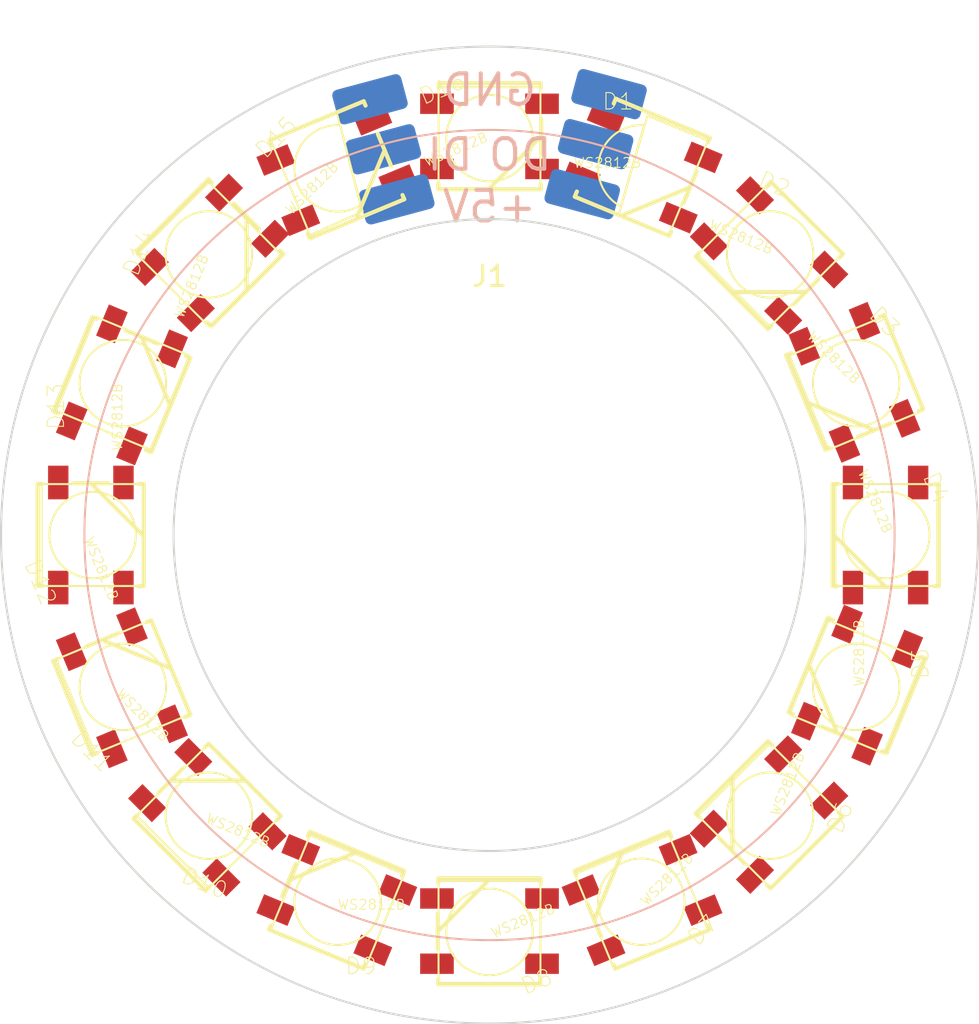
<source format=kicad_pcb>
(kicad_pcb (version 20241229) (generator "pcbnew") (generator_version "9.0")
  (layers (0 "F.Cu" signal) (2 "B.Cu" signal) (13 "F.Paste" user) (15 "B.Paste" user) (5 "F.SilkS" user "F.Silkscreen") (7 "B.SilkS" user "B.Silkscreen") (1 "F.Mask" user) (3 "B.Mask" user) (25 "Edge.Cuts" user))
  (net 0 "")
  (net 1 "DOUT")
  (net 2 "+5V")
  (net 3 "DIN")
  (net 4 "GND")
  (net 5 "Net-(D1-DOUT)")
  (net 6 "Net-(D11-DOUT)")
  (net 7 "Net-(D13-DIN)")
  (net 8 "Net-(D10-DOUT)")
  (net 9 "Net-(D12-DIN)")
  (net 10 "Net-(D15-DIN)")
  (net 11 "Net-(D13-DOUT)")
  (net 12 "Net-(D12-DOUT)")
  (net 13 "Net-(D14-DIN)")
  (net 14 "Net-(D15-DOUT)")
  (net 15 "Net-(D16-DIN)")
  (net 16 "Net-(D14-DOUT)")
  (net 17 "Net-(D7-DOUT)")
  (net 18 "Net-(D11-DIN)")
  (net 19 "Net-(D16-DOUT)")
  (footprint "WS2812B:WS2812B" (layer "F.Cu") (at 147.955 89.027)
    (property "Reference" "D1" (at 6.307 -1.71371 0) (layer "F.SilkS") (effects (font (size 0.802674 0.802674) (thickness 0.05))))
    (property "Value" "WS2812B" (at 5.78549 1.29688 0) (layer "F.SilkS") (effects (font (size 0.480622 0.480622) (thickness 0.05))))
    (fp_line (start -2.50952 2.31902) (end -2.50952 2.5908) (stroke (width 0.2032)) (layer "F.SilkS"))
    (fp_line (start -2.50952 2.5908) (end -2.45872 2.5908) (stroke (width 0.2032)) (layer "F.SilkS"))
    (fp_line (start -2.4892 -2.6162) (end -2.4384 -2.6162) (stroke (width 0.2032)) (layer "F.SilkS"))
    (fp_line (start -2.4892 -2.3622) (end -2.4892 -2.6162) (stroke (width 0.2032)) (layer "F.SilkS"))
    (fp_line (start -2.45872 2.5908) (end -2.45872 2.59334) (stroke (width 0.2032)) (layer "F.SilkS"))
    (fp_line (start -2.45872 2.59334) (end 2.50952 2.59334) (stroke (width 0.2032)) (layer "F.SilkS"))
    (fp_line (start -2.4384 -2.6162) (end -2.4384 -2.61112) (stroke (width 0.2032)) (layer "F.SilkS"))
    (fp_line (start -2.4384 -2.61112) (end 2.51206 -2.61112) (stroke (width 0.2032)) (layer "F.SilkS"))
    (fp_line (start 2.50952 2.59334) (end 2.50952 2.36728) (stroke (width 0.2032)) (layer "F.SilkS"))
    (fp_line (start 2.51206 -2.61112) (end 2.51206 -2.37998) (stroke (width 0.2032)) (layer "F.SilkS"))
    (fp_line (start 2.54 -0.8636) (end 2.54 0) (stroke (width 0.2032)) (layer "F.SilkS"))
    (fp_line (start 2.54 0) (end 0 2.54) (stroke (width 0.2032)) (layer "F.SilkS"))
    (fp_line (start 2.54 0) (end 2.54 0.8636) (stroke (width 0.2032)) (layer "F.SilkS"))
    (pad "1" smd rect (at -2.577 -1.6) (size 1.651 1) (layers "F.Cu" "F.Mask" "F.Paste") (net 2 "+5V"))
    (pad "2" smd rect (at -2.577 1.6) (size 1.651 1) (layers "F.Cu" "F.Mask" "F.Paste") (net 5 "Net-(D1-DOUT)"))
    (pad "3" smd rect (at 2.577 1.6) (size 1.651 1) (layers "F.Cu" "F.Mask" "F.Paste") (net 4 "GND"))
    (pad "4" smd rect (at 2.577 -1.6) (size 1.651 1) (layers "F.Cu" "F.Mask" "F.Paste") (net 3 "DIN"))
  )
  (footprint "WS2812B:WS2812B" (layer "F.Cu") (at 155.438544 126.492 -157.5)
    (property "Reference" "D8" (at 6.307 -1.71371 22.5) (layer "F.SilkS") (effects (font (size 0.802674 0.802674) (thickness 0.05))))
    (property "Value" "WS2812B" (at 5.78549 1.29688 22.5) (layer "F.SilkS") (effects (font (size 0.480622 0.480622) (thickness 0.05))))
    (fp_line (start 2.50952 2.59334) (end 2.50952 2.36728) (stroke (width 0.2032)) (layer "F.SilkS"))
    (fp_line (start 2.54 0) (end 2.54 0.863599) (stroke (width 0.2032)) (layer "F.SilkS"))
    (fp_line (start 2.54 0) (end 0 2.54) (stroke (width 0.2032)) (layer "F.SilkS"))
    (fp_line (start 2.540002 -0.8636) (end 2.54 0) (stroke (width 0.2032)) (layer "F.SilkS"))
    (fp_line (start 2.51206 -2.611119) (end 2.51206 -2.37998) (stroke (width 0.2032)) (layer "F.SilkS"))
    (fp_line (start -2.458722 2.59334) (end 2.50952 2.59334) (stroke (width 0.2032)) (layer "F.SilkS"))
    (fp_line (start -2.45872 2.5908) (end -2.458722 2.59334) (stroke (width 0.2032)) (layer "F.SilkS"))
    (fp_line (start -2.509519 2.5908) (end -2.45872 2.5908) (stroke (width 0.2032)) (layer "F.SilkS"))
    (fp_line (start -2.50952 2.31902) (end -2.509519 2.5908) (stroke (width 0.2032)) (layer "F.SilkS"))
    (fp_line (start -2.4892 -2.3622) (end -2.489199 -2.616199) (stroke (width 0.2032)) (layer "F.SilkS"))
    (fp_line (start -2.4384 -2.611121) (end 2.51206 -2.611119) (stroke (width 0.2032)) (layer "F.SilkS"))
    (fp_line (start -2.438401 -2.6162) (end -2.4384 -2.611121) (stroke (width 0.2032)) (layer "F.SilkS"))
    (fp_line (start -2.489199 -2.616199) (end -2.438401 -2.6162) (stroke (width 0.2032)) (layer "F.SilkS"))
    (pad "1" smd rect (at -2.577 -1.600001 202.5) (size 1.651 1) (layers "F.Cu" "F.Mask" "F.Paste") (net 2 "+5V"))
    (pad "2" smd rect (at -2.577 1.6 202.5) (size 1.651 1) (layers "F.Cu" "F.Mask" "F.Paste") (net 18 "Net-(D11-DIN)"))
    (pad "3" smd rect (at 2.577 1.600001 202.5) (size 1.651 1) (layers "F.Cu" "F.Mask" "F.Paste") (net 4 "GND"))
    (pad "4" smd rect (at 2.577 -1.6 202.5) (size 1.651 1) (layers "F.Cu" "F.Mask" "F.Paste") (net 17 "Net-(D7-DOUT)"))
  )
  (footprint "WS2812B:WS2812B" (layer "F.Cu") (at 128.397 108.585 90)
    (property "Reference" "D13" (at 6.307 -1.71371 90) (layer "F.SilkS") (effects (font (size 0.802674 0.802674) (thickness 0.05))))
    (property "Value" "WS2812B" (at 5.78549 1.29688 90) (layer "F.SilkS") (effects (font (size 0.480622 0.480622) (thickness 0.05))))
    (fp_line (start -2.438401 -2.6162) (end -2.4384 -2.611121) (stroke (width 0.2032)) (layer "F.SilkS"))
    (fp_line (start -2.489199 -2.6162) (end -2.438401 -2.6162) (stroke (width 0.2032)) (layer "F.SilkS"))
    (fp_line (start -2.4384 -2.611121) (end 2.51206 -2.611119) (stroke (width 0.2032)) (layer "F.SilkS"))
    (fp_line (start 2.51206 -2.611119) (end 2.51206 -2.37998) (stroke (width 0.2032)) (layer "F.SilkS"))
    (fp_line (start -2.4892 -2.3622) (end -2.489199 -2.6162) (stroke (width 0.2032)) (layer "F.SilkS"))
    (fp_line (start 2.540001 -0.8636) (end 2.54 0) (stroke (width 0.2032)) (layer "F.SilkS"))
    (fp_line (start 2.54 0) (end 2.54 0.8636) (stroke (width 0.2032)) (layer "F.SilkS"))
    (fp_line (start 2.54 0) (end 0 2.54) (stroke (width 0.2032)) (layer "F.SilkS"))
    (fp_line (start -2.50952 2.31902) (end -2.509519 2.5908) (stroke (width 0.2032)) (layer "F.SilkS"))
    (fp_line (start -2.45872 2.5908) (end -2.458721 2.59334) (stroke (width 0.2032)) (layer "F.SilkS"))
    (fp_line (start -2.509519 2.5908) (end -2.45872 2.5908) (stroke (width 0.2032)) (layer "F.SilkS"))
    (fp_line (start 2.50952 2.59334) (end 2.50952 2.36728) (stroke (width 0.2032)) (layer "F.SilkS"))
    (fp_line (start -2.458721 2.59334) (end 2.50952 2.59334) (stroke (width 0.2032)) (layer "F.SilkS"))
    (pad "1" smd rect (at -2.577 -1.600001 90) (size 1.651 1) (layers "F.Cu" "F.Mask" "F.Paste") (net 2 "+5V"))
    (pad "2" smd rect (at -2.577 1.6 90) (size 1.651 1) (layers "F.Cu" "F.Mask" "F.Paste") (net 11 "Net-(D13-DOUT)"))
    (pad "3" smd rect (at 2.577 1.600001 90) (size 1.651 1) (layers "F.Cu" "F.Mask" "F.Paste") (net 4 "GND"))
    (pad "4" smd rect (at 2.577 -1.6 90) (size 1.651 1) (layers "F.Cu" "F.Mask" "F.Paste") (net 7 "Net-(D13-DIN)"))
  )
  (footprint "WS2812B:WS2812B" (layer "F.Cu") (at 129.921 101.219 67.5)
    (property "Reference" "D14" (at 6.307 -1.71371 67.5) (layer "F.SilkS") (effects (font (size 0.802674 0.802674) (thickness 0.05))))
    (property "Value" "WS2812B" (at 5.78549 1.29688 67.5) (layer "F.SilkS") (effects (font (size 0.480622 0.480622) (thickness 0.05))))
    (fp_line (start -2.489199 -2.6162) (end -2.438401 -2.6162) (stroke (width 0.2032)) (layer "F.SilkS"))
    (fp_line (start -2.438401 -2.6162) (end -2.4384 -2.611121) (stroke (width 0.2032)) (layer "F.SilkS"))
    (fp_line (start -2.4384 -2.611121) (end 2.51206 -2.611119) (stroke (width 0.2032)) (layer "F.SilkS"))
    (fp_line (start -2.4892 -2.3622) (end -2.489199 -2.6162) (stroke (width 0.2032)) (layer "F.SilkS"))
    (fp_line (start 2.51206 -2.611119) (end 2.51206 -2.37998) (stroke (width 0.2032)) (layer "F.SilkS"))
    (fp_line (start 2.540001 -0.8636) (end 2.54 0) (stroke (width 0.2032)) (layer "F.SilkS"))
    (fp_line (start 2.54 0) (end 2.54 0.8636) (stroke (width 0.2032)) (layer "F.SilkS"))
    (fp_line (start 2.54 0) (end 0 2.54) (stroke (width 0.2032)) (layer "F.SilkS"))
    (fp_line (start -2.50952 2.31902) (end -2.509519 2.5908) (stroke (width 0.2032)) (layer "F.SilkS"))
    (fp_line (start -2.509519 2.5908) (end -2.45872 2.5908) (stroke (width 0.2032)) (layer "F.SilkS"))
    (fp_line (start -2.45872 2.5908) (end -2.458721 2.59334) (stroke (width 0.2032)) (layer "F.SilkS"))
    (fp_line (start -2.458721 2.59334) (end 2.50952 2.59334) (stroke (width 0.2032)) (layer "F.SilkS"))
    (fp_line (start 2.50952 2.59334) (end 2.50952 2.36728) (stroke (width 0.2032)) (layer "F.SilkS"))
    (pad "1" smd rect (at -2.577 -1.600001 67.5) (size 1.651 1) (layers "F.Cu" "F.Mask" "F.Paste") (net 2 "+5V"))
    (pad "2" smd rect (at -2.577 1.6 67.5) (size 1.651 1) (layers "F.Cu" "F.Mask" "F.Paste") (net 16 "Net-(D14-DOUT)"))
    (pad "3" smd rect (at 2.577 1.600001 67.5) (size 1.651 1) (layers "F.Cu" "F.Mask" "F.Paste") (net 4 "GND"))
    (pad "4" smd rect (at 2.577 -1.6 67.5) (size 1.651 1) (layers "F.Cu" "F.Mask" "F.Paste") (net 13 "Net-(D14-DIN)"))
  )
  (footprint "WS2812B:WS2812B" (layer "F.Cu") (at 134.112 122.428 135)
    (property "Reference" "D11" (at 6.307001 -1.71371 135) (layer "F.SilkS") (effects (font (size 0.802674 0.802674) (thickness 0.05))))
    (property "Value" "WS2812B" (at 5.78549 1.296881 135) (layer "F.SilkS") (effects (font (size 0.480622 0.480622) (thickness 0.05))))
    (fp_line (start 2.51206 -2.611119) (end 2.51206 -2.37998) (stroke (width 0.2032)) (layer "F.SilkS"))
    (fp_line (start 2.540002 -0.8636) (end 2.54 0) (stroke (width 0.2032)) (layer "F.SilkS"))
    (fp_line (start 2.54 0) (end 2.54 0.863599) (stroke (width 0.2032)) (layer "F.SilkS"))
    (fp_line (start 2.54 0) (end 0 2.54) (stroke (width 0.2032)) (layer "F.SilkS"))
    (fp_line (start -2.4384 -2.6162) (end -2.4384 -2.611121) (stroke (width 0.2032)) (layer "F.SilkS"))
    (fp_line (start -2.4384 -2.611121) (end 2.51206 -2.611119) (stroke (width 0.2032)) (layer "F.SilkS"))
    (fp_line (start -2.489199 -2.6162) (end -2.4384 -2.6162) (stroke (width 0.2032)) (layer "F.SilkS"))
    (fp_line (start 2.50952 2.59334) (end 2.50952 2.36728) (stroke (width 0.2032)) (layer "F.SilkS"))
    (fp_line (start -2.4892 -2.362201) (end -2.489199 -2.6162) (stroke (width 0.2032)) (layer "F.SilkS"))
    (fp_line (start -2.509521 2.31902) (end -2.509519 2.5908) (stroke (width 0.2032)) (layer "F.SilkS"))
    (fp_line (start -2.45872 2.5908) (end -2.458721 2.59334) (stroke (width 0.2032)) (layer "F.SilkS"))
    (fp_line (start -2.458721 2.59334) (end 2.50952 2.59334) (stroke (width 0.2032)) (layer "F.SilkS"))
    (fp_line (start -2.509519 2.5908) (end -2.45872 2.5908) (stroke (width 0.2032)) (layer "F.SilkS"))
    (pad "1" smd rect (at -2.576999 -1.600001 135) (size 1.651 1) (layers "F.Cu" "F.Mask" "F.Paste") (net 2 "+5V"))
    (pad "2" smd rect (at -2.577 1.6 135) (size 1.651 1) (layers "F.Cu" "F.Mask" "F.Paste") (net 6 "Net-(D11-DOUT)"))
    (pad "3" smd rect (at 2.576999 1.600001 135) (size 1.651 1) (layers "F.Cu" "F.Mask" "F.Paste") (net 4 "GND"))
    (pad "4" smd rect (at 2.577 -1.6 135) (size 1.651 1) (layers "F.Cu" "F.Mask" "F.Paste") (net 18 "Net-(D11-DIN)"))
  )
  (footprint "WS2812B:WS2812B" (layer "F.Cu") (at 165.989 115.951 -112.5)
    (property "Reference" "D6" (at 6.307 -1.71371 67.5) (layer "F.SilkS") (effects (font (size 0.802674 0.802674) (thickness 0.05))))
    (property "Value" "WS2812B" (at 5.78549 1.29688 67.5) (layer "F.SilkS") (effects (font (size 0.480622 0.480622) (thickness 0.05))))
    (fp_line (start 2.50952 2.59334) (end 2.50952 2.36728) (stroke (width 0.2032)) (layer "F.SilkS"))
    (fp_line (start -2.458722 2.593339) (end 2.50952 2.59334) (stroke (width 0.2032)) (layer "F.SilkS"))
    (fp_line (start -2.45872 2.5908) (end -2.458722 2.593339) (stroke (width 0.2032)) (layer "F.SilkS"))
    (fp_line (start -2.509519 2.590799) (end -2.45872 2.5908) (stroke (width 0.2032)) (layer "F.SilkS"))
    (fp_line (start -2.50952 2.31902) (end -2.509519 2.590799) (stroke (width 0.2032)) (layer "F.SilkS"))
    (fp_line (start 2.54 0) (end 0 2.54) (stroke (width 0.2032)) (layer "F.SilkS"))
    (fp_line (start 2.54 0) (end 2.54 0.8636) (stroke (width 0.2032)) (layer "F.SilkS"))
    (fp_line (start 2.540002 -0.8636) (end 2.54 0) (stroke (width 0.2032)) (layer "F.SilkS"))
    (fp_line (start 2.51206 -2.611119) (end 2.51206 -2.37998) (stroke (width 0.2032)) (layer "F.SilkS"))
    (fp_line (start -2.4892 -2.3622) (end -2.489199 -2.6162) (stroke (width 0.2032)) (layer "F.SilkS"))
    (fp_line (start -2.4384 -2.611121) (end 2.51206 -2.611119) (stroke (width 0.2032)) (layer "F.SilkS"))
    (fp_line (start -2.438401 -2.6162) (end -2.4384 -2.611121) (stroke (width 0.2032)) (layer "F.SilkS"))
    (fp_line (start -2.489199 -2.6162) (end -2.438401 -2.6162) (stroke (width 0.2032)) (layer "F.SilkS"))
    (pad "1" smd rect (at -2.576999 -1.600001 247.5) (size 1.651 1) (layers "F.Cu" "F.Mask" "F.Paste") (net 2 "+5V"))
    (pad "2" smd rect (at -2.577 1.6 247.5) (size 1.651 1) (layers "F.Cu" "F.Mask" "F.Paste") (net 15 "Net-(D16-DIN)"))
    (pad "3" smd rect (at 2.576999 1.600001 247.5) (size 1.651 1) (layers "F.Cu" "F.Mask" "F.Paste") (net 4 "GND"))
    (pad "4" smd rect (at 2.577 -1.6 247.5) (size 1.651 1) (layers "F.Cu" "F.Mask" "F.Paste") (net 14 "Net-(D15-DOUT)"))
  )
  (footprint "WS2812B:WS2812B" (layer "F.Cu") (at 147.955 128.016 180)
    (property "Reference" "D9" (at 6.307 -1.71371 0) (layer "F.SilkS") (effects (font (size 0.802674 0.802674) (thickness 0.05))))
    (property "Value" "WS2812B" (at 5.78549 1.29688 0) (layer "F.SilkS") (effects (font (size 0.480622 0.480622) (thickness 0.05))))
    (fp_line (start 2.540002 -0.8636) (end 2.54 0) (stroke (width 0.2032)) (layer "F.SilkS"))
    (fp_line (start 2.54 0) (end 2.54 0.8636) (stroke (width 0.2032)) (layer "F.SilkS"))
    (fp_line (start 2.54 0) (end 0 2.54) (stroke (width 0.2032)) (layer "F.SilkS"))
    (fp_line (start 2.51206 -2.611119) (end 2.51206 -2.37998) (stroke (width 0.2032)) (layer "F.SilkS"))
    (fp_line (start 2.50952 2.59334) (end 2.50952 2.36728) (stroke (width 0.2032)) (layer "F.SilkS"))
    (fp_line (start -2.4384 -2.611121) (end 2.51206 -2.611119) (stroke (width 0.2032)) (layer "F.SilkS"))
    (fp_line (start -2.438401 -2.6162) (end -2.4384 -2.611121) (stroke (width 0.2032)) (layer "F.SilkS"))
    (fp_line (start -2.45872 2.5908) (end -2.458722 2.59334) (stroke (width 0.2032)) (layer "F.SilkS"))
    (fp_line (start -2.458722 2.59334) (end 2.50952 2.59334) (stroke (width 0.2032)) (layer "F.SilkS"))
    (fp_line (start -2.489199 -2.6162) (end -2.438401 -2.6162) (stroke (width 0.2032)) (layer "F.SilkS"))
    (fp_line (start -2.4892 -2.3622) (end -2.489199 -2.6162) (stroke (width 0.2032)) (layer "F.SilkS"))
    (fp_line (start -2.509519 2.590799) (end -2.45872 2.5908) (stroke (width 0.2032)) (layer "F.SilkS"))
    (fp_line (start -2.50952 2.31902) (end -2.509519 2.590799) (stroke (width 0.2032)) (layer "F.SilkS"))
    (pad "1" smd rect (at -2.576999 -1.600001 180) (size 1.651 1) (layers "F.Cu" "F.Mask" "F.Paste") (net 2 "+5V"))
    (pad "2" smd rect (at -2.577 1.6 180) (size 1.651 1) (layers "F.Cu" "F.Mask" "F.Paste") (net 1 "DOUT"))
    (pad "3" smd rect (at 2.576999 1.600001 180) (size 1.651 1) (layers "F.Cu" "F.Mask" "F.Paste") (net 4 "GND"))
    (pad "4" smd rect (at 2.577 -1.6 180) (size 1.651 1) (layers "F.Cu" "F.Mask" "F.Paste") (net 19 "Net-(D16-DOUT)"))
  )
  (footprint "WS2812B:WS2812B" (layer "F.Cu") (at 161.671 94.869 -45)
    (property "Reference" "D3" (at 6.307001 -1.71371 135) (layer "F.SilkS") (effects (font (size 0.802674 0.802674) (thickness 0.05))))
    (property "Value" "WS2812B" (at 5.78549 1.296881 135) (layer "F.SilkS") (effects (font (size 0.480622 0.480622) (thickness 0.05))))
    (fp_line (start -2.509519 2.5908) (end -2.45872 2.5908) (stroke (width 0.2032)) (layer "F.SilkS"))
    (fp_line (start -2.458722 2.59334) (end 2.50952 2.59334) (stroke (width 0.2032)) (layer "F.SilkS"))
    (fp_line (start -2.45872 2.5908) (end -2.458722 2.59334) (stroke (width 0.2032)) (layer "F.SilkS"))
    (fp_line (start -2.509521 2.31902) (end -2.509519 2.5908) (stroke (width 0.2032)) (layer "F.SilkS"))
    (fp_line (start -2.4892 -2.362201) (end -2.489199 -2.6162) (stroke (width 0.2032)) (layer "F.SilkS"))
    (fp_line (start 2.50952 2.59334) (end 2.50952 2.36728) (stroke (width 0.2032)) (layer "F.SilkS"))
    (fp_line (start -2.489199 -2.6162) (end -2.4384 -2.6162) (stroke (width 0.2032)) (layer "F.SilkS"))
    (fp_line (start -2.4384 -2.611121) (end 2.51206 -2.611119) (stroke (width 0.2032)) (layer "F.SilkS"))
    (fp_line (start -2.4384 -2.6162) (end -2.4384 -2.611121) (stroke (width 0.2032)) (layer "F.SilkS"))
    (fp_line (start 2.54 0) (end 0 2.54) (stroke (width 0.2032)) (layer "F.SilkS"))
    (fp_line (start 2.54 0) (end 2.54 0.863599) (stroke (width 0.2032)) (layer "F.SilkS"))
    (fp_line (start 2.540002 -0.8636) (end 2.54 0) (stroke (width 0.2032)) (layer "F.SilkS"))
    (fp_line (start 2.51206 -2.611119) (end 2.51206 -2.37998) (stroke (width 0.2032)) (layer "F.SilkS"))
    (pad "1" smd rect (at -2.576999 -1.600001 315) (size 1.651 1) (layers "F.Cu" "F.Mask" "F.Paste") (net 2 "+5V"))
    (pad "2" smd rect (at -2.577 1.6 315) (size 1.651 1) (layers "F.Cu" "F.Mask" "F.Paste") (net 9 "Net-(D12-DIN)"))
    (pad "3" smd rect (at 2.576999 1.600001 315) (size 1.651 1) (layers "F.Cu" "F.Mask" "F.Paste") (net 4 "GND"))
    (pad "4" smd rect (at 2.577 -1.6 315) (size 1.651 1) (layers "F.Cu" "F.Mask" "F.Paste") (net 8 "Net-(D10-DOUT)"))
  )
  (footprint "WS2812B:WS2812B" (layer "F.Cu") (at 140.462 90.678 22.5)
    (property "Reference" "D16" (at 6.307 -1.71371 22.5) (layer "F.SilkS") (effects (font (size 0.802674 0.802674) (thickness 0.05))))
    (property "Value" "WS2812B" (at 5.78549 1.29688 22.5) (layer "F.SilkS") (effects (font (size 0.480622 0.480622) (thickness 0.05))))
    (fp_line (start -2.4892 -2.6162) (end -2.4384 -2.6162) (stroke (width 0.2032)) (layer "F.SilkS"))
    (fp_line (start -2.4384 -2.6162) (end -2.4384 -2.61112) (stroke (width 0.2032)) (layer "F.SilkS"))
    (fp_line (start -2.4384 -2.61112) (end 2.51206 -2.61112) (stroke (width 0.2032)) (layer "F.SilkS"))
    (fp_line (start -2.4892 -2.3622) (end -2.4892 -2.6162) (stroke (width 0.2032)) (layer "F.SilkS"))
    (fp_line (start -2.50952 2.31902) (end -2.50952 2.5908) (stroke (width 0.2032)) (layer "F.SilkS"))
    (fp_line (start -2.50952 2.5908) (end -2.45872 2.5908) (stroke (width 0.2032)) (layer "F.SilkS"))
    (fp_line (start -2.45872 2.5908) (end -2.45872 2.59334) (stroke (width 0.2032)) (layer "F.SilkS"))
    (fp_line (start -2.45872 2.59334) (end 2.50952 2.59334) (stroke (width 0.2032)) (layer "F.SilkS"))
    (fp_line (start 2.51206 -2.61112) (end 2.51206 -2.37998) (stroke (width 0.2032)) (layer "F.SilkS"))
    (fp_line (start 2.54 -0.8636) (end 2.54 0) (stroke (width 0.2032)) (layer "F.SilkS"))
    (fp_line (start 2.54 0) (end 0 2.54) (stroke (width 0.2032)) (layer "F.SilkS"))
    (fp_line (start 2.54 0) (end 2.54 0.863599) (stroke (width 0.2032)) (layer "F.SilkS"))
    (fp_line (start 2.50952 2.59334) (end 2.50952 2.36728) (stroke (width 0.2032)) (layer "F.SilkS"))
    (pad "1" smd rect (at -2.577 -1.6 22.5) (size 1.651 1) (layers "F.Cu" "F.Mask" "F.Paste") (net 2 "+5V"))
    (pad "2" smd rect (at -2.577 1.6 22.5) (size 1.651 1) (layers "F.Cu" "F.Mask" "F.Paste") (net 19 "Net-(D16-DOUT)"))
    (pad "3" smd rect (at 2.577 1.6 22.5) (size 1.651 1) (layers "F.Cu" "F.Mask" "F.Paste") (net 2 "+5V"))
    (pad "4" smd rect (at 2.577 -1.6 22.5) (size 1.651 1) (layers "F.Cu" "F.Mask" "F.Paste") (net 15 "Net-(D16-DIN)"))
  )
  (footprint "WS2812B:WS2812B" (layer "F.Cu") (at 155.448 90.551 -22.5)
    (property "Reference" "D2" (at 6.307 -1.71371 157.5) (layer "F.SilkS") (effects (font (size 0.802674 0.802674) (thickness 0.05))))
    (property "Value" "WS2812B" (at 5.78549 1.29688 157.5) (layer "F.SilkS") (effects (font (size 0.480622 0.480622) (thickness 0.05))))
    (fp_line (start -2.509519 2.590799) (end -2.45872 2.5908) (stroke (width 0.2032)) (layer "F.SilkS"))
    (fp_line (start -2.458722 2.593339) (end 2.50952 2.59334) (stroke (width 0.2032)) (layer "F.SilkS"))
    (fp_line (start -2.45872 2.5908) (end -2.458722 2.593339) (stroke (width 0.2032)) (layer "F.SilkS"))
    (fp_line (start -2.50952 2.31902) (end -2.509519 2.590799) (stroke (width 0.2032)) (layer "F.SilkS"))
    (fp_line (start -2.4892 -2.3622) (end -2.489199 -2.6162) (stroke (width 0.2032)) (layer "F.SilkS"))
    (fp_line (start -2.489199 -2.6162) (end -2.438401 -2.6162) (stroke (width 0.2032)) (layer "F.SilkS"))
    (fp_line (start -2.4384 -2.611121) (end 2.51206 -2.611119) (stroke (width 0.2032)) (layer "F.SilkS"))
    (fp_line (start -2.438401 -2.6162) (end -2.4384 -2.611121) (stroke (width 0.2032)) (layer "F.SilkS"))
    (fp_line (start 2.50952 2.59334) (end 2.50952 2.36728) (stroke (width 0.2032)) (layer "F.SilkS"))
    (fp_line (start 2.54 0) (end 0 2.54) (stroke (width 0.2032)) (layer "F.SilkS"))
    (fp_line (start 2.54 0) (end 2.54 0.8636) (stroke (width 0.2032)) (layer "F.SilkS"))
    (fp_line (start 2.540002 -0.8636) (end 2.54 0) (stroke (width 0.2032)) (layer "F.SilkS"))
    (fp_line (start 2.51206 -2.611119) (end 2.51206 -2.37998) (stroke (width 0.2032)) (layer "F.SilkS"))
    (pad "1" smd rect (at -2.576999 -1.600001 337.5) (size 1.651 1) (layers "F.Cu" "F.Mask" "F.Paste") (net 2 "+5V"))
    (pad "2" smd rect (at -2.577 1.6 337.5) (size 1.651 1) (layers "F.Cu" "F.Mask" "F.Paste") (net 7 "Net-(D13-DIN)"))
    (pad "3" smd rect (at 2.576999 1.600001 337.5) (size 1.651 1) (layers "F.Cu" "F.Mask" "F.Paste") (net 4 "GND"))
    (pad "4" smd rect (at 2.577 -1.6 337.5) (size 1.651 1) (layers "F.Cu" "F.Mask" "F.Paste") (net 6 "Net-(D11-DOUT)"))
  )
  (footprint "WS2812B:WS2812B" (layer "F.Cu") (at 167.386 108.585 -90)
    (property "Reference" "D5" (at 6.307 -1.71371 90) (layer "F.SilkS") (effects (font (size 0.802674 0.802674) (thickness 0.05))))
    (property "Value" "WS2812B" (at 5.78549 1.29688 90) (layer "F.SilkS") (effects (font (size 0.480622 0.480622) (thickness 0.05))))
    (fp_line (start 2.50952 2.59334) (end 2.50952 2.36728) (stroke (width 0.2032)) (layer "F.SilkS"))
    (fp_line (start -2.458722 2.593339) (end 2.50952 2.59334) (stroke (width 0.2032)) (layer "F.SilkS"))
    (fp_line (start -2.45872 2.5908) (end -2.458722 2.593339) (stroke (width 0.2032)) (layer "F.SilkS"))
    (fp_line (start -2.509519 2.590799) (end -2.45872 2.5908) (stroke (width 0.2032)) (layer "F.SilkS"))
    (fp_line (start -2.50952 2.31902) (end -2.509519 2.590799) (stroke (width 0.2032)) (layer "F.SilkS"))
    (fp_line (start 2.54 0) (end 0 2.54) (stroke (width 0.2032)) (layer "F.SilkS"))
    (fp_line (start 2.54 0) (end 2.54 0.8636) (stroke (width 0.2032)) (layer "F.SilkS"))
    (fp_line (start 2.540002 -0.8636) (end 2.54 0) (stroke (width 0.2032)) (layer "F.SilkS"))
    (fp_line (start -2.4892 -2.3622) (end -2.489199 -2.6162) (stroke (width 0.2032)) (layer "F.SilkS"))
    (fp_line (start 2.51206 -2.611119) (end 2.51206 -2.37998) (stroke (width 0.2032)) (layer "F.SilkS"))
    (fp_line (start -2.4384 -2.611121) (end 2.51206 -2.611119) (stroke (width 0.2032)) (layer "F.SilkS"))
    (fp_line (start -2.489199 -2.6162) (end -2.438401 -2.6162) (stroke (width 0.2032)) (layer "F.SilkS"))
    (fp_line (start -2.438401 -2.6162) (end -2.4384 -2.611121) (stroke (width 0.2032)) (layer "F.SilkS"))
    (pad "1" smd rect (at -2.576999 -1.600001 270) (size 1.651 1) (layers "F.Cu" "F.Mask" "F.Paste") (net 2 "+5V"))
    (pad "2" smd rect (at -2.577 1.6 270) (size 1.651 1) (layers "F.Cu" "F.Mask" "F.Paste") (net 13 "Net-(D14-DIN)"))
    (pad "3" smd rect (at 2.576999 1.600001 270) (size 1.651 1) (layers "F.Cu" "F.Mask" "F.Paste") (net 4 "GND"))
    (pad "4" smd rect (at 2.577 -1.6 270) (size 1.651 1) (layers "F.Cu" "F.Mask" "F.Paste") (net 12 "Net-(D12-DOUT)"))
  )
  (footprint "SoftEgg:LED RING 16 WS2812B 48mm standalone" (layer "F.Cu") (at 147.955 108.585)
    (property "Reference" "J1" (at 0 -12.7 0) (layer "F.SilkS"))
    (property "Value" "RingPCBPads")
    (fp_rect (start -21.971 2.5) (end -16.971 -2.5) (stroke (width 0.1)) (fill no) (layer "F.SilkS"))
    (fp_rect (start -2.5 -21.971) (end 2.5 -16.971) (stroke (width 0.1)) (fill no) (layer "F.SilkS"))
    (fp_rect (start 2.5 21.971) (end -2.5 16.971) (stroke (width 0.1)) (fill no) (layer "F.SilkS"))
    (fp_rect (start 21.971 -2.5) (end 16.971 2.5) (stroke (width 0.1)) (fill no) (layer "F.SilkS"))
    (fp_circle (center -19.471 0) (end -19.471 -2.12132) (stroke (width 0.1)) (fill no) (layer "F.SilkS"))
    (fp_circle (center -17.988858 -7.451229) (end -17.177064 -9.411073) (stroke (width 0.1)) (fill no) (layer "F.SilkS"))
    (fp_circle (center -17.988858 7.451229) (end -18.800652 5.491385) (stroke (width 0.1)) (fill no) (layer "F.SilkS"))
    (fp_circle (center -13.768076 -13.768076) (end -12.268076 -15.268076) (stroke (width 0.1)) (fill no) (layer "F.SilkS"))
    (fp_circle (center -13.768076 13.768076) (end -15.268076 12.268076) (stroke (width 0.1)) (fill no) (layer "F.SilkS"))
    (fp_circle (center -7.451229 17.988858) (end -9.411073 17.177064) (stroke (width 0.1)) (fill no) (layer "F.SilkS"))
    (fp_circle (center 0 -19.471) (end 2.12132 -19.471) (stroke (width 0.1)) (fill no) (layer "F.SilkS"))
    (fp_circle (center 0 19.471) (end -2.12132 19.471) (stroke (width 0.1)) (fill no) (layer "F.SilkS"))
    (fp_circle (center 7.451229 17.988858) (end 5.491385 18.800652) (stroke (width 0.1)) (fill no) (layer "F.SilkS"))
    (fp_circle (center 13.768076 -13.768076) (end 15.268076 -12.268076) (stroke (width 0.1)) (fill no) (layer "F.SilkS"))
    (fp_circle (center 13.768076 13.768076) (end 12.268076 15.268076) (stroke (width 0.1)) (fill no) (layer "F.SilkS"))
    (fp_circle (center 17.988858 -7.451229) (end 18.800652 -5.491385) (stroke (width 0.1)) (fill no) (layer "F.SilkS"))
    (fp_circle (center 17.988858 7.451229) (end 17.177064 9.411073) (stroke (width 0.1)) (fill no) (layer "F.SilkS"))
    (fp_circle (center 19.471 0) (end 19.471 2.12132) (stroke (width 0.1)) (fill no) (layer "F.SilkS"))
    (fp_poly (pts (xy -21.255265 -6.098239) (xy -19.341848 -10.717636) (xy -14.722451 -8.804219) (xy -16.635868 -4.184822)) (stroke (width 0.1)) (fill no) (layer "F.SilkS"))
    (fp_poly (pts (xy -19.341848 10.717636) (xy -21.255265 6.098239) (xy -16.635868 4.184822) (xy -14.722451 8.804219)) (stroke (width 0.1)) (fill no) (layer "F.SilkS"))
    (fp_poly (pts (xy -17.30361 -13.768076) (xy -13.768076 -17.30361) (xy -10.232542 -13.768076) (xy -13.768076 -10.232542)) (stroke (width 0.1)) (fill no) (layer "F.SilkS"))
    (fp_poly (pts (xy -13.768076 17.30361) (xy -17.30361 13.768076) (xy -13.768076 10.232542) (xy -10.232542 13.768076)) (stroke (width 0.1)) (fill no) (layer "F.SilkS"))
    (fp_poly (pts (xy -6.098239 21.255265) (xy -10.717636 19.341848) (xy -8.804219 14.722451) (xy -4.184822 16.635868)) (stroke (width 0.1)) (fill no) (layer "F.SilkS"))
    (fp_poly (pts (xy 7.746408 -20.572571) (xy 10.717636 -19.341848) (xy 8.804219 -14.722451) (xy 6.35 -15.748)) (stroke (width 0.1)) (fill no) (layer "F.SilkS"))
    (fp_poly (pts (xy 10.717636 19.341848) (xy 6.098239 21.255265) (xy 4.184822 16.635868) (xy 8.804219 14.722451)) (stroke (width 0.1)) (fill no) (layer "F.SilkS"))
    (fp_poly (pts (xy 13.768076 -17.30361) (xy 17.30361 -13.768076) (xy 13.768076 -10.232542) (xy 10.232542 -13.768076)) (stroke (width 0.1)) (fill no) (layer "F.SilkS"))
    (fp_poly (pts (xy 17.30361 13.768076) (xy 13.768076 17.30361) (xy 10.232542 13.768076) (xy 13.768076 10.232542)) (stroke (width 0.1)) (fill no) (layer "F.SilkS"))
    (fp_poly (pts (xy 19.341848 -10.717636) (xy 21.255265 -6.098239) (xy 16.635868 -4.184822) (xy 14.722451 -8.804219)) (stroke (width 0.1)) (fill no) (layer "F.SilkS"))
    (fp_poly (pts (xy 21.255265 6.098239) (xy 19.341848 10.717636) (xy 14.722451 8.804219) (xy 16.635868 4.184822)) (stroke (width 0.1)) (fill no) (layer "F.SilkS"))
    (fp_poly (pts (xy -10.717636 -19.341848) (xy -7.484704 -20.680972) (xy -6.858 -18.288) (xy -6.223 -15.875) (xy -8.804219 -14.722451)) (stroke (width 0.1)) (fill no) (layer "F.SilkS"))
    (fp_poly (pts (arc (start 7.58185 -20.106657) (mid 5.410835 -18.570027) (end 6.447408 -16.119506))) (stroke (width 0.1)) (fill no) (layer "F.SilkS"))
    (fp_poly (pts (xy -9.572549 -17.988858) (xy -9.572046 -18.0542) (xy -9.564001 -18.184635) (xy -9.547942 -18.314328) (xy -9.523929 -18.442786) (xy -9.492053 -18.569523) (xy -9.452436 -18.694056) (xy -9.405228 -18.815915) (xy -9.350608 -18.934636) (xy -9.288782 -19.04977) (xy -9.219986 -19.160879) (xy -9.144481 -19.267542) (xy -9.062552 -19.369355) (xy -8.974511 -19.465931) (xy -8.880692 -19.556904) (xy -8.781451 -19.641929) (xy -8.677163 -19.720684) (xy -8.568225 -19.792869) (xy -8.45505 -19.85821) (xy -8.338067 -19.916461) (xy -8.21772 -19.967399) (xy -8.094465 -20.010833) (xy -7.968771 -20.046596) (xy -7.841113 -20.074553) (xy -7.711976 -20.094599) (xy -7.58185 -20.106657) (xy -7.451229 -20.110682) (xy -7.320608 -20.106657) (xy -6.334233 -16.184847) (xy -6.447408 -16.119506) (xy -6.564391 -16.061255) (xy -6.684738 -16.010317) (xy -6.807993 -15.966883) (xy -6.933687 -15.93112) (xy -7.061345 -15.903163) (xy -7.190482 -15.883117) (xy -7.320608 -15.871059) (xy -7.451229 -15.867035) (xy -7.58185 -15.871059) (xy -7.711976 -15.883117) (xy -7.841113 -15.903163) (xy -7.968771 -15.93112) (xy -8.094465 -15.966883) (xy -8.21772 -16.010317) (xy -8.338067 -16.061255) (xy -8.45505 -16.119506) (xy -8.568225 -16.184847) (xy -8.677163 -16.257032) (xy -8.781451 -16.335787) (xy -8.880692 -16.420812) (xy -8.974511 -16.511785) (xy -9.062552 -16.608361) (xy -9.144481 -16.710174) (xy -9.219986 -16.816837) (xy -9.288782 -16.927946) (xy -9.350608 -17.04308) (xy -9.405228 -17.161801) (xy -9.452436 -17.28366) (xy -9.492053 -17.408193) (xy -9.523929 -17.53493) (xy -9.547942 -17.663388) (xy -9.564001 -17.793081) (xy -9.572046 -17.923516)) (stroke (width 0.1)) (fill no) (layer "F.SilkS"))
    (fp_circle (center 0 0) (end 19.875 0) (stroke (width 0.1)) (fill no) (layer "B.SilkS"))
    (fp_circle (center 0 0) (end 15.5 0) (stroke (width 0.1016)) (fill no) (layer "Edge.Cuts"))
    (fp_circle (center 0 0) (end 23.965 0) (stroke (width 0.1016)) (fill no) (layer "Edge.Cuts"))
    (fp_text user "DI" (at -3.175 -17.78 0) (layer "B.SilkS") (effects (font (size 1.5 1.5) (thickness 0.2)) (justify right bottom mirror)))
    (fp_text user "DO" (at 3.175 -17.78 0) (layer "B.SilkS") (effects (font (size 1.5 1.5) (thickness 0.2)) (justify left bottom mirror)))
    (fp_text user "GND" (at 0 -20.955 0) (layer "B.SilkS") (effects (font (size 1.5 1.5) (thickness 0.2)) (justify bottom mirror)))
    (fp_text user "+5V" (at 0 -15.24 0) (layer "B.SilkS") (effects (font (size 1.5 1.5) (thickness 0.2)) (justify bottom mirror)))
    (pad "1" smd roundrect (at 5.864398 -21.630452 345) (size 3.5 1.75) (layers "B.Cu" "B.Mask" "B.Paste") (roundrect_rratio 0.157480315) (net 4 "GND"))
    (pad "2" smd roundrect (at 5.206998 -19.177 345) (size 3.5 1.75) (layers "B.Cu" "B.Mask" "B.Paste") (roundrect_rratio 0.157480315) (net 3 "DIN"))
    (pad "3" smd roundrect (at 4.549597 -16.723548 345) (size 3.5 1.75) (layers "B.Cu" "B.Mask" "B.Paste") (roundrect_rratio 0.157480315) (net 2 "+5V"))
    (pad "4" smd roundrect (at -5.864405 -21.376452 15) (size 3.5 1.75) (layers "B.Cu" "B.Mask" "B.Paste") (roundrect_rratio 0.157480315) (net 4 "GND"))
    (pad "5" smd roundrect (at -5.207005 -18.923 15) (size 3.5 1.75) (layers "B.Cu" "B.Mask" "B.Paste") (roundrect_rratio 0.157480315) (net 1 "DOUT"))
    (pad "6" smd roundrect (at -4.549604 -16.469548 15) (size 3.5 1.75) (layers "B.Cu" "B.Mask" "B.Paste") (roundrect_rratio 0.157480315) (net 2 "+5V"))
  )
  (footprint "WS2812B:WS2812B" (layer "F.Cu") (at 140.462 126.492 157.5)
    (property "Reference" "D10" (at 6.307 -1.71371 157.5) (layer "F.SilkS") (effects (font (size 0.802674 0.802674) (thickness 0.05))))
    (property "Value" "WS2812B" (at 5.78549 1.29688 157.5) (layer "F.SilkS") (effects (font (size 0.480622 0.480622) (thickness 0.05))))
    (fp_line (start 2.51206 -2.611119) (end 2.51206 -2.37998) (stroke (width 0.2032)) (layer "F.SilkS"))
    (fp_line (start 2.540002 -0.8636) (end 2.54 0) (stroke (width 0.2032)) (layer "F.SilkS"))
    (fp_line (start 2.54 0) (end 2.54 0.8636) (stroke (width 0.2032)) (layer "F.SilkS"))
    (fp_line (start 2.54 0) (end 0 2.54) (stroke (width 0.2032)) (layer "F.SilkS"))
    (fp_line (start 2.50952 2.59334) (end 2.50952 2.36728) (stroke (width 0.2032)) (layer "F.SilkS"))
    (fp_line (start -2.438401 -2.6162) (end -2.4384 -2.611121) (stroke (width 0.2032)) (layer "F.SilkS"))
    (fp_line (start -2.4384 -2.611121) (end 2.51206 -2.611119) (stroke (width 0.2032)) (layer "F.SilkS"))
    (fp_line (start -2.489199 -2.6162) (end -2.438401 -2.6162) (stroke (width 0.2032)) (layer "F.SilkS"))
    (fp_line (start -2.4892 -2.3622) (end -2.489199 -2.6162) (stroke (width 0.2032)) (layer "F.SilkS"))
    (fp_line (start -2.50952 2.31902) (end -2.509519 2.590799) (stroke (width 0.2032)) (layer "F.SilkS"))
    (fp_line (start -2.45872 2.5908) (end -2.458722 2.59334) (stroke (width 0.2032)) (layer "F.SilkS"))
    (fp_line (start -2.458722 2.59334) (end 2.50952 2.59334) (stroke (width 0.2032)) (layer "F.SilkS"))
    (fp_line (start -2.509519 2.590799) (end -2.45872 2.5908) (stroke (width 0.2032)) (layer "F.SilkS"))
    (pad "1" smd rect (at -2.576999 -1.600001 157.5) (size 1.651 1) (layers "F.Cu" "F.Mask" "F.Paste") (net 2 "+5V"))
    (pad "2" smd rect (at -2.577 1.6 157.5) (size 1.651 1) (layers "F.Cu" "F.Mask" "F.Paste") (net 8 "Net-(D10-DOUT)"))
    (pad "3" smd rect (at 2.576999 1.600001 157.5) (size 1.651 1) (layers "F.Cu" "F.Mask" "F.Paste") (net 4 "GND"))
    (pad "4" smd rect (at 2.577 -1.6 157.5) (size 1.651 1) (layers "F.Cu" "F.Mask" "F.Paste") (net 5 "Net-(D1-DOUT)"))
  )
  (footprint "WS2812B:WS2812B" (layer "F.Cu") (at 165.862 101.092 -67.5)
    (property "Reference" "D4" (at 6.307 -1.71371 112.5) (layer "F.SilkS") (effects (font (size 0.802674 0.802674) (thickness 0.05))))
    (property "Value" "WS2812B" (at 5.78549 1.29688 112.5) (layer "F.SilkS") (effects (font (size 0.480622 0.480622) (thickness 0.05))))
    (fp_line (start -2.509519 2.5908) (end -2.45872 2.5908) (stroke (width 0.2032)) (layer "F.SilkS"))
    (fp_line (start -2.458722 2.593339) (end 2.50952 2.59334) (stroke (width 0.2032)) (layer "F.SilkS"))
    (fp_line (start -2.45872 2.5908) (end -2.458722 2.593339) (stroke (width 0.2032)) (layer "F.SilkS"))
    (fp_line (start -2.50952 2.31902) (end -2.509519 2.5908) (stroke (width 0.2032)) (layer "F.SilkS"))
    (fp_line (start 2.50952 2.59334) (end 2.50952 2.36728) (stroke (width 0.2032)) (layer "F.SilkS"))
    (fp_line (start 2.54 0) (end 0 2.54) (stroke (width 0.2032)) (layer "F.SilkS"))
    (fp_line (start 2.54 0) (end 2.54 0.863599) (stroke (width 0.2032)) (layer "F.SilkS"))
    (fp_line (start -2.4892 -2.3622) (end -2.489199 -2.616199) (stroke (width 0.2032)) (layer "F.SilkS"))
    (fp_line (start -2.489199 -2.616199) (end -2.438401 -2.6162) (stroke (width 0.2032)) (layer "F.SilkS"))
    (fp_line (start -2.4384 -2.611121) (end 2.51206 -2.611119) (stroke (width 0.2032)) (layer "F.SilkS"))
    (fp_line (start -2.438401 -2.6162) (end -2.4384 -2.611121) (stroke (width 0.2032)) (layer "F.SilkS"))
    (fp_line (start 2.540002 -0.8636) (end 2.54 0) (stroke (width 0.2032)) (layer "F.SilkS"))
    (fp_line (start 2.51206 -2.611119) (end 2.51206 -2.37998) (stroke (width 0.2032)) (layer "F.SilkS"))
    (pad "1" smd rect (at -2.577 -1.600001 292.5) (size 1.651 1) (layers "F.Cu" "F.Mask" "F.Paste") (net 2 "+5V"))
    (pad "2" smd rect (at -2.577 1.6 292.5) (size 1.651 1) (layers "F.Cu" "F.Mask" "F.Paste") (net 10 "Net-(D15-DIN)"))
    (pad "3" smd rect (at 2.577 1.600001 292.5) (size 1.651 1) (layers "F.Cu" "F.Mask" "F.Paste") (net 4 "GND"))
    (pad "4" smd rect (at 2.577 -1.6 292.5) (size 1.651 1) (layers "F.Cu" "F.Mask" "F.Paste") (net 11 "Net-(D13-DOUT)"))
  )
  (footprint "WS2812B:WS2812B" (layer "F.Cu") (at 161.671 122.301 -135)
    (property "Reference" "D7" (at 6.307001 -1.71371 45) (layer "F.SilkS") (effects (font (size 0.802674 0.802674) (thickness 0.05))))
    (property "Value" "WS2812B" (at 5.78549 1.296881 45) (layer "F.SilkS") (effects (font (size 0.480622 0.480622) (thickness 0.05))))
    (fp_line (start 2.50952 2.59334) (end 2.50952 2.36728) (stroke (width 0.2032)) (layer "F.SilkS"))
    (fp_line (start 2.54 0) (end 2.54 0.863599) (stroke (width 0.2032)) (layer "F.SilkS"))
    (fp_line (start 2.54 0) (end 0 2.54) (stroke (width 0.2032)) (layer "F.SilkS"))
    (fp_line (start 2.540002 -0.8636) (end 2.54 0) (stroke (width 0.2032)) (layer "F.SilkS"))
    (fp_line (start -2.458722 2.59334) (end 2.50952 2.59334) (stroke (width 0.2032)) (layer "F.SilkS"))
    (fp_line (start -2.45872 2.5908) (end -2.458722 2.59334) (stroke (width 0.2032)) (layer "F.SilkS"))
    (fp_line (start -2.509519 2.5908) (end -2.45872 2.5908) (stroke (width 0.2032)) (layer "F.SilkS"))
    (fp_line (start 2.51206 -2.611119) (end 2.51206 -2.37998) (stroke (width 0.2032)) (layer "F.SilkS"))
    (fp_line (start -2.509521 2.31902) (end -2.509519 2.5908) (stroke (width 0.2032)) (layer "F.SilkS"))
    (fp_line (start -2.4892 -2.362201) (end -2.489199 -2.6162) (stroke (width 0.2032)) (layer "F.SilkS"))
    (fp_line (start -2.4384 -2.611121) (end 2.51206 -2.611119) (stroke (width 0.2032)) (layer "F.SilkS"))
    (fp_line (start -2.4384 -2.6162) (end -2.4384 -2.611121) (stroke (width 0.2032)) (layer "F.SilkS"))
    (fp_line (start -2.489199 -2.6162) (end -2.4384 -2.6162) (stroke (width 0.2032)) (layer "F.SilkS"))
    (pad "1" smd rect (at -2.576999 -1.600001 225) (size 1.651 1) (layers "F.Cu" "F.Mask" "F.Paste") (net 2 "+5V"))
    (pad "2" smd rect (at -2.577 1.6 225) (size 1.651 1) (layers "F.Cu" "F.Mask" "F.Paste") (net 17 "Net-(D7-DOUT)"))
    (pad "3" smd rect (at 2.576999 1.600001 225) (size 1.651 1) (layers "F.Cu" "F.Mask" "F.Paste") (net 2 "+5V"))
    (pad "4" smd rect (at 2.577 -1.6 225) (size 1.651 1) (layers "F.Cu" "F.Mask" "F.Paste") (net 16 "Net-(D14-DOUT)"))
  )
  (footprint "WS2812B:WS2812B" (layer "F.Cu") (at 129.921 116.078 112.5)
    (property "Reference" "D12" (at 6.307 -1.71371 112.5) (layer "F.SilkS") (effects (font (size 0.802674 0.802674) (thickness 0.05))))
    (property "Value" "WS2812B" (at 5.78549 1.29688 112.5) (layer "F.SilkS") (effects (font (size 0.480622 0.480622) (thickness 0.05))))
    (fp_line (start 2.51206 -2.611119) (end 2.51206 -2.37998) (stroke (width 0.2032)) (layer "F.SilkS"))
    (fp_line (start 2.540002 -0.8636) (end 2.54 0) (stroke (width 0.2032)) (layer "F.SilkS"))
    (fp_line (start -2.438401 -2.6162) (end -2.4384 -2.611121) (stroke (width 0.2032)) (layer "F.SilkS"))
    (fp_line (start -2.4384 -2.611121) (end 2.51206 -2.611119) (stroke (width 0.2032)) (layer "F.SilkS"))
    (fp_line (start -2.489199 -2.616199) (end -2.438401 -2.6162) (stroke (width 0.2032)) (layer "F.SilkS"))
    (fp_line (start -2.4892 -2.3622) (end -2.489199 -2.616199) (stroke (width 0.2032)) (layer "F.SilkS"))
    (fp_line (start 2.54 0) (end 2.54 0.863599) (stroke (width 0.2032)) (layer "F.SilkS"))
    (fp_line (start 2.54 0) (end 0 2.54) (stroke (width 0.2032)) (layer "F.SilkS"))
    (fp_line (start 2.50952 2.59334) (end 2.50952 2.36728) (stroke (width 0.2032)) (layer "F.SilkS"))
    (fp_line (start -2.50952 2.31902) (end -2.509519 2.5908) (stroke (width 0.2032)) (layer "F.SilkS"))
    (fp_line (start -2.45872 2.5908) (end -2.458721 2.59334) (stroke (width 0.2032)) (layer "F.SilkS"))
    (fp_line (start -2.458721 2.59334) (end 2.50952 2.59334) (stroke (width 0.2032)) (layer "F.SilkS"))
    (fp_line (start -2.509519 2.5908) (end -2.45872 2.5908) (stroke (width 0.2032)) (layer "F.SilkS"))
    (pad "1" smd rect (at -2.577 -1.600001 112.5) (size 1.651 1) (layers "F.Cu" "F.Mask" "F.Paste") (net 2 "+5V"))
    (pad "2" smd rect (at -2.577 1.6 112.5) (size 1.651 1) (layers "F.Cu" "F.Mask" "F.Paste") (net 12 "Net-(D12-DOUT)"))
    (pad "3" smd rect (at 2.577 1.600001 112.5) (size 1.651 1) (layers "F.Cu" "F.Mask" "F.Paste") (net 4 "GND"))
    (pad "4" smd rect (at 2.577 -1.6 112.5) (size 1.651 1) (layers "F.Cu" "F.Mask" "F.Paste") (net 9 "Net-(D12-DIN)"))
  )
  (footprint "WS2812B:WS2812B" (layer "F.Cu") (at 134.239 94.742 45)
    (property "Reference" "D15" (at 6.307001 -1.71371 45) (layer "F.SilkS") (effects (font (size 0.802674 0.802674) (thickness 0.05))))
    (property "Value" "WS2812B" (at 5.78549 1.296881 45) (layer "F.SilkS") (effects (font (size 0.480622 0.480622) (thickness 0.05))))
    (fp_line (start -2.4892 -2.6162) (end -2.4384 -2.6162) (stroke (width 0.2032)) (layer "F.SilkS"))
    (fp_line (start -2.4384 -2.6162) (end -2.4384 -2.61112) (stroke (width 0.2032)) (layer "F.SilkS"))
    (fp_line (start -2.4384 -2.61112) (end 2.51206 -2.61112) (stroke (width 0.2032)) (layer "F.SilkS"))
    (fp_line (start -2.4892 -2.362201) (end -2.4892 -2.6162) (stroke (width 0.2032)) (layer "F.SilkS"))
    (fp_line (start -2.509521 2.31902) (end -2.50952 2.5908) (stroke (width 0.2032)) (layer "F.SilkS"))
    (fp_line (start 2.51206 -2.61112) (end 2.51206 -2.37998) (stroke (width 0.2032)) (layer "F.SilkS"))
    (fp_line (start -2.50952 2.5908) (end -2.45872 2.5908) (stroke (width 0.2032)) (layer "F.SilkS"))
    (fp_line (start -2.45872 2.5908) (end -2.458721 2.59334) (stroke (width 0.2032)) (layer "F.SilkS"))
    (fp_line (start -2.458721 2.59334) (end 2.50952 2.59334) (stroke (width 0.2032)) (layer "F.SilkS"))
    (fp_line (start 2.54 -0.8636) (end 2.54 0) (stroke (width 0.2032)) (layer "F.SilkS"))
    (fp_line (start 2.54 0) (end 0 2.54) (stroke (width 0.2032)) (layer "F.SilkS"))
    (fp_line (start 2.54 0) (end 2.54 0.863599) (stroke (width 0.2032)) (layer "F.SilkS"))
    (fp_line (start 2.50952 2.59334) (end 2.50952 2.36728) (stroke (width 0.2032)) (layer "F.SilkS"))
    (pad "1" smd rect (at -2.577 -1.6 45) (size 1.651 1) (layers "F.Cu" "F.Mask" "F.Paste") (net 2 "+5V"))
    (pad "2" smd rect (at -2.577 1.6 45) (size 1.651 1) (layers "F.Cu" "F.Mask" "F.Paste") (net 14 "Net-(D15-DOUT)"))
    (pad "3" smd rect (at 2.577 1.6 45) (size 1.651 1) (layers "F.Cu" "F.Mask" "F.Paste") (net 4 "GND"))
    (pad "4" smd rect (at 2.577 -1.6 45) (size 1.651 1) (layers "F.Cu" "F.Mask" "F.Paste") (net 10 "Net-(D15-DIN)"))
  )
)
</source>
